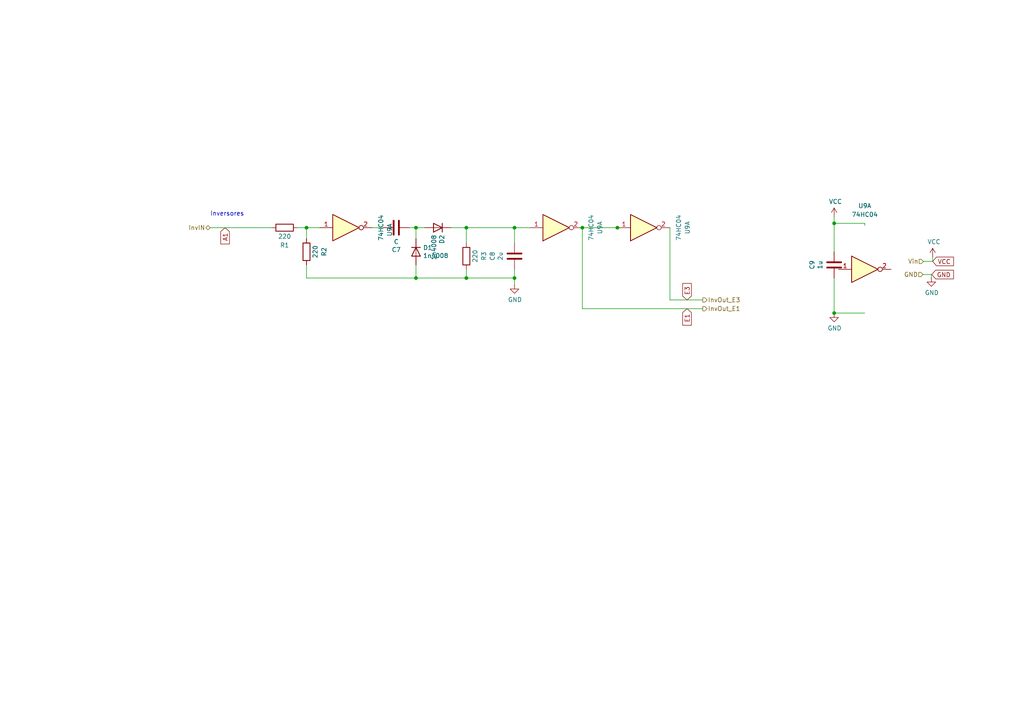
<source format=kicad_sch>
(kicad_sch (version 20211123) (generator eeschema)
  (paper "A4")
  (lib_symbols
    (symbol "74xx:74HC04"
      (property "Reference" "U" (at 0 1.27 0))
      (property "Value" "74HC04" (at 0 -1.27 0))
      (symbol "74HC04_1_0"
        (polyline (pts (xy -3.81 3.81) (xy -3.81 -3.81) (xy 3.81 0) (xy -3.81 3.81)) (stroke (width 0.254)) (fill (type background)))
        (pin input line (at -7.62 0 0) (length 3.81) (name "~") (number "1"))
        (pin output inverted (at 7.62 0 180) (length 3.81) (name "~") (number "2"))
      )
      (symbol "74HC04_2_0"
        (polyline (pts (xy -3.81 3.81) (xy -3.81 -3.81) (xy 3.81 0) (xy -3.81 3.81)) (stroke (width 0.254)) (fill (type background)))
        (pin input line (at -7.62 0 0) (length 3.81) (name "~") (number "3"))
        (pin output inverted (at 7.62 0 180) (length 3.81) (name "~") (number "4"))
      )
      (symbol "74HC04_3_0"
        (polyline (pts (xy -3.81 3.81) (xy -3.81 -3.81) (xy 3.81 0) (xy -3.81 3.81)) (stroke (width 0.254)) (fill (type background)))
        (pin input line (at -7.62 0 0) (length 3.81) (name "~") (number "5"))
        (pin output inverted (at 7.62 0 180) (length 3.81) (name "~") (number "6"))
      )
      (symbol "74HC04_4_0"
        (polyline (pts (xy -3.81 3.81) (xy -3.81 -3.81) (xy 3.81 0) (xy -3.81 3.81)) (stroke (width 0.254)) (fill (type background)))
        (pin output inverted (at 7.62 0 180) (length 3.81) (name "~") (number "8"))
        (pin input line (at -7.62 0 0) (length 3.81) (name "~") (number "9"))
      )
      (symbol "74HC04_5_0"
        (polyline (pts (xy -3.81 3.81) (xy -3.81 -3.81) (xy 3.81 0) (xy -3.81 3.81)) (stroke (width 0.254)) (fill (type background)))
        (pin output inverted (at 7.62 0 180) (length 3.81) (name "~") (number "10"))
        (pin input line (at -7.62 0 0) (length 3.81) (name "~") (number "11"))
      )
      (symbol "74HC04_6_0"
        (polyline (pts (xy -3.81 3.81) (xy -3.81 -3.81) (xy 3.81 0) (xy -3.81 3.81)) (stroke (width 0.254)) (fill (type background)))
        (pin output inverted (at 7.62 0 180) (length 3.81) (name "~") (number "12"))
        (pin input line (at -7.62 0 0) (length 3.81) (name "~") (number "13"))
      )
      (symbol "74HC04_7_0"
        (pin power_in line (at 0 12.7 270) (length 5.08) (name "VCC") (number "14"))
        (pin power_in line (at 0 -12.7 90) (length 5.08) (name "GND") (number "7"))
      )
      (symbol "74HC04_7_1"
        (rectangle (start -5.08 7.62) (end 5.08 -7.62) (stroke (width 0.254)) (fill (type background)))
      )
    )
    (symbol "Device:C" (pin_numbers hide) (pin_names (offset 0.254))
      (property "Reference" "C" (at 0.635 2.54 0))
      (property "Value" "C" (at 0.635 -2.54 0))
      (symbol "C_0_1"
        (polyline (pts (xy -2.032 -0.762) (xy 2.032 -0.762)) (stroke (width 0.508)))
        (polyline (pts (xy -2.032 0.762) (xy 2.032 0.762)) (stroke (width 0.508)))
      )
      (symbol "C_1_1"
        (pin passive line (at 0 3.81 270) (length 2.794) (name "~") (number "1"))
        (pin passive line (at 0 -3.81 90) (length 2.794) (name "~") (number "2"))
      )
    )
    (symbol "Device:D" (pin_numbers hide) (pin_names (offset 1.016) hide)
      (property "Reference" "D" (at 0 2.54 0))
      (property "Value" "D" (at 0 -2.54 0))
      (symbol "D_0_1"
        (polyline (pts (xy -1.27 1.27) (xy -1.27 -1.27)) (stroke (width 0.254)))
        (polyline (pts (xy 1.27 0) (xy -1.27 0)))
        (polyline (pts (xy 1.27 1.27) (xy 1.27 -1.27) (xy -1.27 0) (xy 1.27 1.27)) (stroke (width 0.254)))
      )
      (symbol "D_1_1"
        (pin passive line (at -3.81 0 0) (length 2.54) (name "K") (number "1"))
        (pin passive line (at 3.81 0 180) (length 2.54) (name "A") (number "2"))
      )
    )
    (symbol "Device:R" (pin_numbers hide) (pin_names (offset 0))
      (property "Reference" "R" (at 2.032 0 90))
      (property "Value" "R" (at 0 0 90))
      (symbol "R_0_1"
        (rectangle (start -1.016 -2.54) (end 1.016 2.54) (stroke (width 0.254)))
      )
      (symbol "R_1_1"
        (pin passive line (at 0 3.81 270) (length 1.27) (name "~") (number "1"))
        (pin passive line (at 0 -3.81 90) (length 1.27) (name "~") (number "2"))
      )
    )
    (symbol "power:GND" (power) (pin_names (offset 0))
      (property "Value" "GND" (at 0 -3.81 0))
      (symbol "GND_0_1"
        (polyline (pts (xy 0 0) (xy 0 -1.27) (xy 1.27 -1.27) (xy 0 -2.54) (xy -1.27 -1.27) (xy 0 -1.27)))
      )
      (symbol "GND_1_1"
        (pin power_in line (at 0 0 270) (length 0) hide (name "GND") (number "1"))
      )
    )
    (symbol "power:VCC" (power) (pin_names (offset 0))
      (property "Value" "VCC" (at 0 3.81 0))
      (symbol "VCC_0_1"
        (polyline (pts (xy -0.762 1.27) (xy 0 2.54)))
        (polyline (pts (xy 0 0) (xy 0 2.54)))
        (polyline (pts (xy 0 2.54) (xy 0.762 1.27)))
      )
      (symbol "VCC_1_1"
        (pin power_in line (at 0 0 90) (length 0) hide (name "VCC") (number "1"))
      )
    )
  )
  (junction (at 168.91 66.04))
  (junction (at 241.935 64.77))
  (junction (at 88.9 66.04))
  (junction (at 179.07 66.04))
  (junction (at 135.255 80.645))
  (junction (at 120.65 66.04))
  (junction (at 241.935 90.805))
  (junction (at 149.225 80.645))
  (junction (at 149.225 66.04))
  (junction (at 135.255 66.04))
  (junction (at 120.65 80.645))
  (wire (pts (xy 111.125 66.04) (xy 107.95 66.04)))
  (wire (pts (xy 168.91 89.535) (xy 203.835 89.535)))
  (wire (pts (xy 179.07 66.04) (xy 179.197 66.04)))
  (wire (pts (xy 135.255 66.04) (xy 149.225 66.04)))
  (wire (pts (xy 86.36 66.04) (xy 88.9 66.04)))
  (wire (pts (xy 118.745 66.04) (xy 120.65 66.04)))
  (wire (pts (xy 241.935 80.645) (xy 241.935 90.805)))
  (wire (pts (xy 149.225 80.645) (xy 149.225 82.55)))
  (wire (pts (xy 120.65 76.835) (xy 120.65 80.645)))
  (wire (pts (xy 241.935 62.865) (xy 241.935 64.77)))
  (wire (pts (xy 88.9 66.04) (xy 92.71 66.04)))
  (wire (pts (xy 241.935 64.77) (xy 250.825 64.77)))
  (wire (pts (xy 78.74 66.04) (xy 60.96 66.04)))
  (wire (pts (xy 149.225 70.485) (xy 149.225 66.04)))
  (wire (pts (xy 270.51 75.819) (xy 270.51 74.549)))
  (wire (pts (xy 168.91 66.04) (xy 179.07 66.04)))
  (wire (pts (xy 88.9 80.645) (xy 120.65 80.645)))
  (wire (pts (xy 135.255 66.04) (xy 130.81 66.04)))
  (wire (pts (xy 168.91 66.04) (xy 168.91 89.535)))
  (wire (pts (xy 149.225 66.04) (xy 153.67 66.04)))
  (wire (pts (xy 194.31 86.995) (xy 203.835 86.995)))
  (wire (pts (xy 135.255 80.645) (xy 149.225 80.645)))
  (wire (pts (xy 270.129 79.629) (xy 270.129 80.518)))
  (wire (pts (xy 250.825 64.77) (xy 250.825 65.405)))
  (wire (pts (xy 250.825 90.805) (xy 241.935 90.805)))
  (wire (pts (xy 267.716 79.629) (xy 270.129 79.629)))
  (wire (pts (xy 88.9 69.215) (xy 88.9 66.04)))
  (wire (pts (xy 241.935 64.77) (xy 241.935 73.025)))
  (wire (pts (xy 120.65 66.04) (xy 123.19 66.04)))
  (wire (pts (xy 149.225 78.105) (xy 149.225 80.645)))
  (wire (pts (xy 120.65 80.645) (xy 135.255 80.645)))
  (wire (pts (xy 135.255 66.04) (xy 135.255 70.485)))
  (wire (pts (xy 135.255 78.105) (xy 135.255 80.645)))
  (wire (pts (xy 120.65 69.215) (xy 120.65 66.04)))
  (wire (pts (xy 88.9 76.835) (xy 88.9 80.645)))
  (wire (pts (xy 194.31 66.04) (xy 194.31 86.995)))
  (wire (pts (xy 267.843 75.819) (xy 270.51 75.819)))
  (text "Inversores" (at 60.96 62.865 0) (effects (font (size 1.27 1.27)) (justify left bottom)))
  (global_label "A1" (shape input) (at 65.278 66.04 270) (property "Intersheet References" "${INTERSHEET_REFS}" (effects hide)))
  (global_label "E3" (shape input) (at 199.263 86.995 90) (property "Intersheet References" "${INTERSHEET_REFS}" (effects hide)))
  (global_label "VCC" (shape input) (at 270.51 75.819 0) (property "Intersheet References" "${INTERSHEET_REFS}" (effects hide)))
  (global_label "GND" (shape input) (at 270.256 79.629 0) (property "Intersheet References" "${INTERSHEET_REFS}" (effects hide)))
  (global_label "E1" (shape input) (at 199.263 89.535 270) (property "Intersheet References" "${INTERSHEET_REFS}" (effects hide)))
  (hierarchical_label "InvOut_E1" (shape output) (at 203.835 89.535 0))
  (hierarchical_label "Vin" (shape input) (at 267.843 75.819 180))
  (hierarchical_label "GND" (shape input) (at 267.716 79.629 180))
  (hierarchical_label "InvOut_E3" (shape output) (at 203.835 86.995 0))
  (hierarchical_label "InvIN" (shape bidirectional) (at 60.96 66.04 180))
  (symbol (lib_id "power:VCC") (at 241.935 62.865 0)
    (property "Reference" "#PWR039" (effects hide))
    (property "Value" "VCC" (at 242.316 58.4708 0))
  )
  (symbol (lib_id "power:GND") (at 241.935 90.805 0)
    (property "Reference" "#PWR040" (effects hide))
    (property "Value" "GND" (at 242.062 95.1992 0))
  )
  (symbol (lib_id "Device:C") (at 241.935 76.835 0)
    (property "Reference" "C9" (at 235.5342 76.835 90))
    (property "Value" "1u" (at 237.8456 76.835 90))
    (property "Footprint" "Capacitor_SMD:C_0201_0603Metric" (effects hide))
  )
  (symbol (lib_id "Device:C") (at 149.225 74.295 0)
    (property "Reference" "C8" (at 142.8242 74.295 90))
    (property "Value" "2u" (at 145.1356 74.295 90))
    (property "Footprint" "Capacitor_SMD:C_0201_0603Metric" (effects hide))
  )
  (symbol (lib_id "74xx:74HC04") (at 161.29 66.04 0) (mirror x)
    (property "Reference" "U9" (at 173.99 66.04 90))
    (property "Value" "74HC04" (at 171.45 66.04 90))
    (property "Footprint" "Package_SO:SO-14_5.3x10.2mm_P1.27mm" (effects hide))
    (property "Datasheet" "https://assets.nexperia.com/documents/data-sheet/74HC_HCT04.pdf" (effects hide))
  )
  (symbol (lib_id "power:GND") (at 149.225 82.55 0)
    (property "Reference" "#PWR038" (effects hide))
    (property "Value" "GND" (at 149.352 86.9442 0))
  )
  (symbol (lib_id "74xx:74HC04") (at 186.69 66.04 0) (mirror x)
    (property "Reference" "U9" (at 199.39 66.04 90))
    (property "Value" "74HC04" (at 196.85 66.04 90))
    (property "Footprint" "Package_SO:SO-14_5.3x10.2mm_P1.27mm" (effects hide))
    (property "Datasheet" "https://assets.nexperia.com/documents/data-sheet/74HC_HCT04.pdf" (effects hide))
  )
  (symbol (lib_id "Device:R") (at 135.255 74.295 0)
    (property "Reference" "R3" (at 140.335 74.295 90))
    (property "Value" "220" (at 137.795 74.295 90))
    (property "Footprint" "Resistor_SMD:R_0201_0603Metric" (effects hide))
  )
  (symbol (lib_id "74xx:74HC04") (at 100.33 66.04 0)
    (property "Reference" "U9" (at 113.03 64.77 90) (effects (justify right)))
    (property "Value" "74HC04" (at 110.49 62.23 90) (effects (justify right)))
    (property "Footprint" "Package_SO:SO-14_5.3x10.2mm_P1.27mm" (effects hide))
    (property "Datasheet" "https://assets.nexperia.com/documents/data-sheet/74HC_HCT04.pdf" (effects hide))
  )
  (symbol (lib_id "Device:C") (at 114.935 66.04 90)
    (property "Reference" "C7" (at 114.935 72.4408 90))
    (property "Value" "C" (at 114.935 70.1294 90))
    (property "Footprint" "Capacitor_SMD:C_0201_0603Metric" (effects hide))
  )
  (symbol (lib_id "Device:D") (at 120.65 73.025 270)
    (property "Reference" "D1" (at 122.682 71.8566 90) (effects (justify left)))
    (property "Value" "1n4008" (at 122.682 74.168 90) (effects (justify left)))
    (property "Footprint" "Diode_SMD:D_0201_0603Metric" (effects hide))
  )
  (symbol (lib_id "Device:D") (at 127 66.04 180)
    (property "Reference" "D2" (at 128.1684 68.072 90) (effects (justify left)))
    (property "Value" "1n4008" (at 125.857 68.072 90) (effects (justify left)))
    (property "Footprint" "Diode_SMD:D_0201_0603Metric" (effects hide))
  )
  (symbol (lib_id "Device:R") (at 88.9 73.025 0)
    (property "Reference" "R2" (at 93.98 73.025 90))
    (property "Value" "220" (at 91.44 73.025 90))
    (property "Footprint" "Resistor_SMD:R_0201_0603Metric" (effects hide))
  )
  (symbol (lib_id "Device:R") (at 82.55 66.04 270)
    (property "Reference" "R1" (at 82.55 71.12 90))
    (property "Value" "220" (at 82.55 68.58 90))
    (property "Footprint" "Resistor_SMD:R_0201_0603Metric" (effects hide))
  )
  (symbol (lib_id "74xx:74HC04") (at 250.825 78.105 0)
    (property "Reference" "U9" (at 250.825 59.69 0))
    (property "Value" "74HC04" (at 250.825 62.23 0))
    (property "Footprint" "Package_SO:SO-14_5.3x10.2mm_P1.27mm" (effects hide))
    (property "Datasheet" "https://assets.nexperia.com/documents/data-sheet/74HC_HCT04.pdf" (effects hide))
    (property "CodigoCatalogo" "296-14505-2-ND - Tape & Reel (TR)" (effects hide))
  )
  (symbol (lib_id "power:VCC") (at 270.51 74.549 0)
    (property "Reference" "#PWR0116" (effects hide))
    (property "Value" "VCC" (at 270.891 70.1548 0))
  )
  (symbol (lib_id "power:GND") (at 270.129 80.518 0)
    (property "Reference" "#PWR0117" (effects hide))
    (property "Value" "GND" (at 270.256 84.9122 0))
  )
)
</source>
